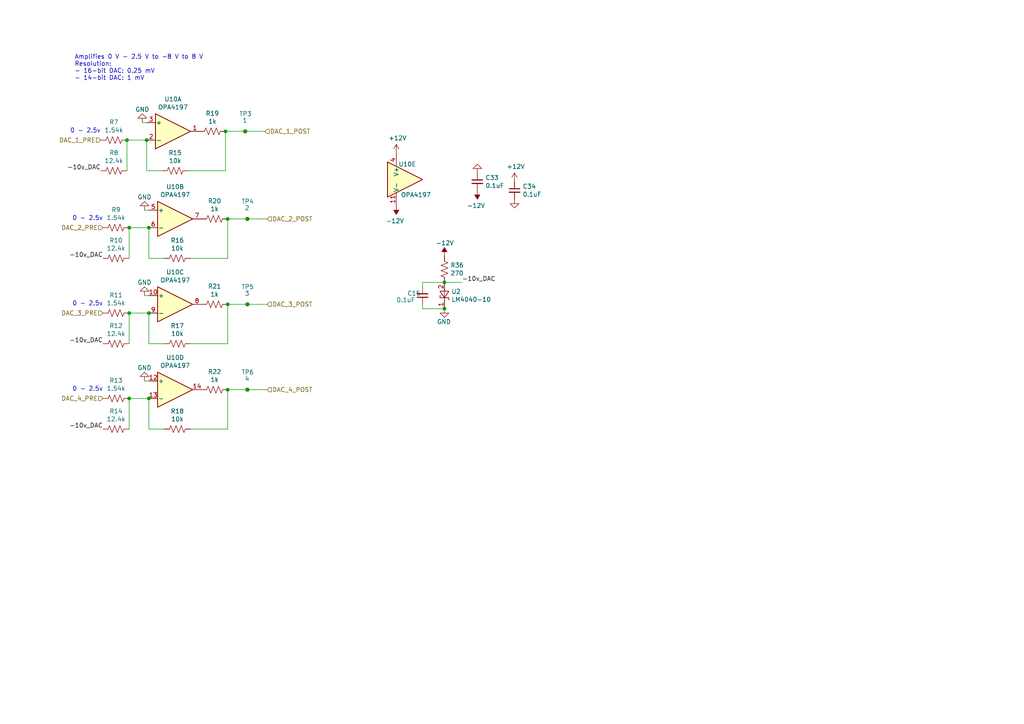
<source format=kicad_sch>
(kicad_sch (version 20211123) (generator eeschema)
  (paper "A4")
  (title_block (title "Hubble Motherboard") (date "2021-11-20") (rev "v2") (company "Winterbloom") (comment 1 "Alethea Flowers") (comment 2 "CERN-OHL-P V2") (comment 3 "hubble.wntr.dev"))
  (lib_symbols
    (symbol "Connector:TestPoint_Small" (pin_numbers hide) (pin_names (offset 0.762) hide)
      (property "Reference" "TP" (at 0 3.81 0))
      (property "Value" "TestPoint_Small" (at 0 2.032 0))
      (symbol "TestPoint_Small_0_1"
        (circle (center 0 0) (radius 0.508))
      )
      (symbol "TestPoint_Small_1_1"
        (pin passive line (at 0 0 90) (length 0) (name "1") (number "1"))
      )
    )
    (symbol "Device:C_Small" (pin_numbers hide) (pin_names (offset 0.254) hide)
      (property "Reference" "C" (at 0.254 1.778 0))
      (property "Value" "C_Small" (at 0.254 -2.032 0))
      (symbol "C_Small_0_1"
        (polyline (pts (xy -1.524 -0.508) (xy 1.524 -0.508)) (stroke (width 0.3302)))
        (polyline (pts (xy -1.524 0.508) (xy 1.524 0.508)) (stroke (width 0.3048)))
      )
      (symbol "C_Small_1_1"
        (pin passive line (at 0 2.54 270) (length 2.032) (name "~") (number "1"))
        (pin passive line (at 0 -2.54 90) (length 2.032) (name "~") (number "2"))
      )
    )
    (symbol "Device:R_US" (pin_numbers hide) (pin_names (offset 0))
      (property "Reference" "R" (at 2.54 0 90))
      (property "Value" "R_US" (at -2.54 0 90))
      (symbol "R_US_0_1"
        (polyline (pts (xy 0 -2.286) (xy 0 -2.54)))
        (polyline (pts (xy 0 2.286) (xy 0 2.54)))
        (polyline (pts (xy 0 -0.762) (xy 1.016 -1.143) (xy 0 -1.524) (xy -1.016 -1.905) (xy 0 -2.286)))
        (polyline (pts (xy 0 0.762) (xy 1.016 0.381) (xy 0 0) (xy -1.016 -0.381) (xy 0 -0.762)))
        (polyline (pts (xy 0 2.286) (xy 1.016 1.905) (xy 0 1.524) (xy -1.016 1.143) (xy 0 0.762)))
      )
      (symbol "R_US_1_1"
        (pin passive line (at 0 3.81 270) (length 1.27) (name "~") (number "1"))
        (pin passive line (at 0 -3.81 90) (length 1.27) (name "~") (number "2"))
      )
    )
    (symbol "power:+12V" (power) (pin_names (offset 0))
      (property "Value" "+12V" (at 0 3.556 0))
      (symbol "+12V_0_1"
        (polyline (pts (xy -0.762 1.27) (xy 0 2.54)))
        (polyline (pts (xy 0 0) (xy 0 2.54)))
        (polyline (pts (xy 0 2.54) (xy 0.762 1.27)))
      )
      (symbol "+12V_1_1"
        (pin power_in line (at 0 0 90) (length 0) hide (name "+12V") (number "1"))
      )
    )
    (symbol "power:-12V" (power) (pin_names (offset 0))
      (property "Value" "-12V" (at 0 3.81 0))
      (symbol "-12V_0_0"
        (pin power_in line (at 0 0 90) (length 0) hide (name "-12V") (number "1"))
      )
      (symbol "-12V_0_1"
        (polyline (pts (xy 0 0) (xy 0 1.27) (xy 0.762 1.27) (xy 0 2.54) (xy -0.762 1.27) (xy 0 1.27)) (fill (type outline)))
      )
    )
    (symbol "power:GND" (power) (pin_names (offset 0))
      (property "Value" "GND" (at 0 -3.81 0))
      (symbol "GND_0_1"
        (polyline (pts (xy 0 0) (xy 0 -1.27) (xy 1.27 -1.27) (xy 0 -2.54) (xy -1.27 -1.27) (xy 0 -1.27)))
      )
      (symbol "GND_1_1"
        (pin power_in line (at 0 0 270) (length 0) hide (name "GND") (number "1"))
      )
    )
    (symbol "winterbloom:LM4040-10" (pin_names (offset 0.0254) hide)
      (property "Reference" "U" (at 0 2.54 0))
      (property "Value" "LM4040-10" (at 0 -3.175 0))
      (symbol "LM4040-10_0_1"
        (polyline (pts (xy -1.27 0) (xy 0 0) (xy 1.27 0)))
        (polyline (pts (xy -1.27 -1.27) (xy 0.635 0) (xy -1.27 1.27) (xy -1.27 -1.27)) (stroke (width 0.2032)))
        (polyline (pts (xy 0 -1.27) (xy 0.635 -1.27) (xy 0.635 1.27) (xy 1.27 1.27)) (stroke (width 0.2032)))
      )
      (symbol "LM4040-10_1_1"
        (pin passive line (at 3.81 0 180) (length 2.54) (name "K") (number "1"))
        (pin passive line (at -3.81 0 0) (length 2.54) (name "A") (number "2"))
      )
    )
    (symbol "winterbloom:OPA4197" (pin_names (offset 0.127))
      (property "Reference" "U" (at 0.762 3.048 0))
      (property "Value" "OPA4197" (at 0.508 -3.302 0))
      (symbol "OPA4197_1_1"
        (polyline (pts (xy -5.08 5.08) (xy 5.08 0) (xy -5.08 -5.08) (xy -5.08 5.08)) (stroke (width 0.254)) (fill (type background)))
        (pin output line (at 7.62 0 180) (length 2.54) (name "~") (number "1"))
        (pin input line (at -7.62 -2.54 0) (length 2.54) (name "-") (number "2"))
        (pin input line (at -7.62 2.54 0) (length 2.54) (name "+") (number "3"))
      )
      (symbol "OPA4197_2_1"
        (polyline (pts (xy -5.08 5.08) (xy 5.08 0) (xy -5.08 -5.08) (xy -5.08 5.08)) (stroke (width 0.254)) (fill (type background)))
        (pin input line (at -7.62 2.54 0) (length 2.54) (name "+") (number "5"))
        (pin input line (at -7.62 -2.54 0) (length 2.54) (name "-") (number "6"))
        (pin output line (at 7.62 0 180) (length 2.54) (name "~") (number "7"))
      )
      (symbol "OPA4197_3_1"
        (polyline (pts (xy -5.08 5.08) (xy 5.08 0) (xy -5.08 -5.08) (xy -5.08 5.08)) (stroke (width 0.254)) (fill (type background)))
        (pin input line (at -7.62 2.54 0) (length 2.54) (name "+") (number "10"))
        (pin output line (at 7.62 0 180) (length 2.54) (name "~") (number "8"))
        (pin input line (at -7.62 -2.54 0) (length 2.54) (name "-") (number "9"))
      )
      (symbol "OPA4197_4_1"
        (polyline (pts (xy -5.08 5.08) (xy 5.08 0) (xy -5.08 -5.08) (xy -5.08 5.08)) (stroke (width 0.254)) (fill (type background)))
        (pin input line (at -7.62 2.54 0) (length 2.54) (name "+") (number "12"))
        (pin input line (at -7.62 -2.54 0) (length 2.54) (name "-") (number "13"))
        (pin output line (at 7.62 0 180) (length 2.54) (name "~") (number "14"))
      )
      (symbol "OPA4197_5_1"
        (polyline (pts (xy -5.08 5.08) (xy 5.08 0) (xy -5.08 -5.08) (xy -5.08 5.08)) (stroke (width 0.254)) (fill (type background)))
        (pin power_in line (at -2.54 -7.62 90) (length 3.81) (name "V-") (number "11"))
        (pin power_in line (at -2.54 7.62 270) (length 3.81) (name "V+") (number "4"))
      )
    )
  )
  (junction (at 37.465 90.805))
  (junction (at 128.905 81.915))
  (junction (at 43.18 115.57))
  (junction (at 66.04 63.5))
  (junction (at 37.465 115.57))
  (junction (at 37.465 66.04))
  (junction (at 71.12 38.1))
  (junction (at 43.18 90.805))
  (junction (at 43.18 66.04))
  (junction (at 36.83 40.64))
  (junction (at 66.04 113.03))
  (junction (at 71.755 88.265))
  (junction (at 71.755 113.03))
  (junction (at 66.04 88.265))
  (junction (at 65.405 38.1))
  (junction (at 128.905 89.535))
  (junction (at 71.755 63.5))
  (junction (at 42.545 40.64))
  (wire (pts (xy 41.91 60.96) (xy 43.18 60.96)))
  (wire (pts (xy 37.465 74.93) (xy 37.465 66.04)))
  (wire (pts (xy 43.18 115.57) (xy 43.18 124.46)))
  (wire (pts (xy 122.555 88.265) (xy 122.555 89.535)))
  (wire (pts (xy 37.465 90.805) (xy 43.18 90.805)))
  (wire (pts (xy 37.465 99.695) (xy 37.465 90.805)))
  (wire (pts (xy 71.755 63.5) (xy 77.47 63.5)))
  (wire (pts (xy 55.245 99.695) (xy 66.04 99.695)))
  (wire (pts (xy 41.275 35.56) (xy 42.545 35.56)))
  (wire (pts (xy 43.18 124.46) (xy 47.625 124.46)))
  (wire (pts (xy 122.555 83.185) (xy 122.555 81.915)))
  (wire (pts (xy 66.04 113.03) (xy 66.04 124.46)))
  (wire (pts (xy 66.04 88.265) (xy 66.04 99.695)))
  (wire (pts (xy 43.18 90.805) (xy 43.18 99.695)))
  (wire (pts (xy 36.83 49.53) (xy 36.83 40.64)))
  (wire (pts (xy 122.555 81.915) (xy 128.905 81.915)))
  (wire (pts (xy 55.245 74.93) (xy 66.04 74.93)))
  (wire (pts (xy 133.985 81.915) (xy 128.905 81.915)))
  (wire (pts (xy 36.83 40.64) (xy 42.545 40.64)))
  (wire (pts (xy 71.12 38.1) (xy 76.835 38.1)))
  (wire (pts (xy 42.545 49.53) (xy 46.99 49.53)))
  (wire (pts (xy 71.755 113.03) (xy 77.47 113.03)))
  (wire (pts (xy 71.755 88.265) (xy 77.47 88.265)))
  (wire (pts (xy 43.18 99.695) (xy 47.625 99.695)))
  (wire (pts (xy 37.465 115.57) (xy 43.18 115.57)))
  (wire (pts (xy 43.18 74.93) (xy 47.625 74.93)))
  (wire (pts (xy 54.61 49.53) (xy 65.405 49.53)))
  (wire (pts (xy 66.04 63.5) (xy 66.04 74.93)))
  (wire (pts (xy 41.91 110.49) (xy 43.18 110.49)))
  (wire (pts (xy 65.405 38.1) (xy 71.12 38.1)))
  (wire (pts (xy 41.91 85.725) (xy 43.18 85.725)))
  (wire (pts (xy 37.465 124.46) (xy 37.465 115.57)))
  (wire (pts (xy 55.245 124.46) (xy 66.04 124.46)))
  (wire (pts (xy 42.545 40.64) (xy 42.545 49.53)))
  (wire (pts (xy 66.04 88.265) (xy 71.755 88.265)))
  (wire (pts (xy 66.04 113.03) (xy 71.755 113.03)))
  (wire (pts (xy 65.405 38.1) (xy 65.405 49.53)))
  (wire (pts (xy 66.04 63.5) (xy 71.755 63.5)))
  (wire (pts (xy 43.18 66.04) (xy 43.18 74.93)))
  (wire (pts (xy 37.465 66.04) (xy 43.18 66.04)))
  (wire (pts (xy 122.555 89.535) (xy 128.905 89.535)))
  (text "0 - 2.5v" (at 20.32 38.735 0) (effects (font (size 1.27 1.27)) (justify left bottom)))
  (text "0 - 2.5v" (at 20.955 88.9 0) (effects (font (size 1.27 1.27)) (justify left bottom)))
  (text "0 - 2.5v" (at 20.955 64.135 0) (effects (font (size 1.27 1.27)) (justify left bottom)))
  (text "0 - 2.5v" (at 20.955 113.665 0) (effects (font (size 1.27 1.27)) (justify left bottom)))
  (text "Amplifies 0 V - 2.5 V to -8 V to 8 V\nResolution:\n- 16-bit DAC: 0.25 mV\n- 14-bit DAC: 1 mV\n" (at 21.59 23.495 0) (effects (font (size 1.27 1.27)) (justify left bottom)))
  (label "-10v_DAC" (at 29.845 124.46 180))
  (label "-10v_DAC" (at 29.845 74.93 180))
  (label "-10v_DAC" (at 29.21 49.53 180))
  (label "-10v_DAC" (at 133.985 81.915 0))
  (label "-10v_DAC" (at 29.845 99.695 180))
  (hierarchical_label "DAC_3_PRE" (shape input) (at 29.845 90.805 180))
  (hierarchical_label "DAC_1_POST" (shape input) (at 76.835 38.1 0))
  (hierarchical_label "DAC_1_PRE" (shape input) (at 29.21 40.64 180))
  (hierarchical_label "DAC_4_PRE" (shape input) (at 29.845 115.57 180))
  (hierarchical_label "DAC_2_POST" (shape input) (at 77.47 63.5 0))
  (hierarchical_label "DAC_2_PRE" (shape input) (at 29.845 66.04 180))
  (hierarchical_label "DAC_3_POST" (shape input) (at 77.47 88.265 0))
  (hierarchical_label "DAC_4_POST" (shape input) (at 77.47 113.03 0))
  (symbol (lib_id "winterbloom:OPA4197") (at 50.165 38.1 0) (unit 1)
    (property "Reference" "U10" (at 50.165 28.7782 0))
    (property "Value" "OPA4197" (at 50.165 31.0896 0))
    (property "Footprint" "Package_SO:TSSOP-14_4.4x5mm_P0.65mm" (effects hide))
    (property "Datasheet" "https://www.ti.com/lit/ds/symlink/opa4197.pdf" (effects hide))
    (property "mpn" "OPA4197IPW" (effects hide))
  )
  (symbol (lib_id "Device:R_US") (at 50.8 49.53 270) (unit 1)
    (property "Reference" "R15" (at 50.8 44.323 90))
    (property "Value" "10k" (at 50.8 46.6344 90))
    (property "Footprint" "Resistor_SMD:R_0603_1608Metric_Pad0.98x0.95mm_HandSolder" (effects hide))
  )
  (symbol (lib_id "Device:R_US") (at 33.02 40.64 270) (unit 1)
    (property "Reference" "R7" (at 33.02 35.433 90))
    (property "Value" "1.54k" (at 33.02 37.7444 90))
    (property "Footprint" "Resistor_SMD:R_0603_1608Metric_Pad0.98x0.95mm_HandSolder" (effects hide))
  )
  (symbol (lib_id "Device:R_US") (at 61.595 38.1 270) (unit 1)
    (property "Reference" "R19" (at 61.595 32.893 90))
    (property "Value" "1k" (at 61.595 35.2044 90))
    (property "Footprint" "Resistor_SMD:R_0603_1608Metric_Pad0.98x0.95mm_HandSolder" (effects hide))
  )
  (symbol (lib_id "Device:R_US") (at 33.02 49.53 270) (unit 1)
    (property "Reference" "R8" (at 33.02 44.323 90))
    (property "Value" "12.4k" (at 33.02 46.6344 90))
    (property "Footprint" "Resistor_SMD:R_0603_1608Metric_Pad0.98x0.95mm_HandSolder" (effects hide))
  )
  (symbol (lib_id "power:GND") (at 41.275 35.56 180) (unit 1)
    (property "Reference" "#PWR072" (effects hide))
    (property "Value" "GND" (at 41.275 31.75 0))
  )
  (symbol (lib_id "winterbloom:OPA4197") (at 50.8 63.5 0) (unit 2)
    (property "Reference" "U10" (at 50.8 54.1782 0))
    (property "Value" "OPA4197" (at 50.8 56.4896 0))
    (property "Footprint" "Package_SO:TSSOP-14_4.4x5mm_P0.65mm" (effects hide))
    (property "Datasheet" "https://www.ti.com/lit/ds/symlink/opa4197.pdf" (effects hide))
    (property "mpn" "OPA4197IPW" (effects hide))
  )
  (symbol (lib_id "Device:R_US") (at 51.435 74.93 270) (unit 1)
    (property "Reference" "R16" (at 51.435 69.723 90))
    (property "Value" "10k" (at 51.435 72.0344 90))
    (property "Footprint" "Resistor_SMD:R_0603_1608Metric_Pad0.98x0.95mm_HandSolder" (effects hide))
  )
  (symbol (lib_id "Device:R_US") (at 33.655 66.04 270) (unit 1)
    (property "Reference" "R9" (at 33.655 60.833 90))
    (property "Value" "1.54k" (at 33.655 63.1444 90))
    (property "Footprint" "Resistor_SMD:R_0603_1608Metric_Pad0.98x0.95mm_HandSolder" (effects hide))
  )
  (symbol (lib_id "Device:R_US") (at 62.23 63.5 270) (unit 1)
    (property "Reference" "R20" (at 62.23 58.293 90))
    (property "Value" "1k" (at 62.23 60.6044 90))
    (property "Footprint" "Resistor_SMD:R_0603_1608Metric_Pad0.98x0.95mm_HandSolder" (effects hide))
  )
  (symbol (lib_id "Device:R_US") (at 33.655 74.93 270) (unit 1)
    (property "Reference" "R10" (at 33.655 69.723 90))
    (property "Value" "12.4k" (at 33.655 72.0344 90))
    (property "Footprint" "Resistor_SMD:R_0603_1608Metric_Pad0.98x0.95mm_HandSolder" (effects hide))
  )
  (symbol (lib_id "power:GND") (at 41.91 60.96 180) (unit 1)
    (property "Reference" "#PWR073" (effects hide))
    (property "Value" "GND" (at 41.91 57.15 0))
  )
  (symbol (lib_id "winterbloom:OPA4197") (at 50.8 88.265 0) (unit 3)
    (property "Reference" "U10" (at 50.8 78.9432 0))
    (property "Value" "OPA4197" (at 50.8 81.2546 0))
    (property "Footprint" "Package_SO:TSSOP-14_4.4x5mm_P0.65mm" (effects hide))
    (property "Datasheet" "https://www.ti.com/lit/ds/symlink/opa4197.pdf" (effects hide))
    (property "mpn" "OPA4197IPW" (effects hide))
  )
  (symbol (lib_id "Device:R_US") (at 51.435 99.695 270) (unit 1)
    (property "Reference" "R17" (at 51.435 94.488 90))
    (property "Value" "10k" (at 51.435 96.7994 90))
    (property "Footprint" "Resistor_SMD:R_0603_1608Metric_Pad0.98x0.95mm_HandSolder" (effects hide))
  )
  (symbol (lib_id "Device:R_US") (at 33.655 90.805 270) (unit 1)
    (property "Reference" "R11" (at 33.655 85.598 90))
    (property "Value" "1.54k" (at 33.655 87.9094 90))
    (property "Footprint" "Resistor_SMD:R_0603_1608Metric_Pad0.98x0.95mm_HandSolder" (effects hide))
  )
  (symbol (lib_id "Device:R_US") (at 62.23 88.265 270) (unit 1)
    (property "Reference" "R21" (at 62.23 83.058 90))
    (property "Value" "1k" (at 62.23 85.3694 90))
    (property "Footprint" "Resistor_SMD:R_0603_1608Metric_Pad0.98x0.95mm_HandSolder" (effects hide))
  )
  (symbol (lib_id "Device:R_US") (at 33.655 99.695 270) (unit 1)
    (property "Reference" "R12" (at 33.655 94.488 90))
    (property "Value" "12.4k" (at 33.655 96.7994 90))
    (property "Footprint" "Resistor_SMD:R_0603_1608Metric_Pad0.98x0.95mm_HandSolder" (effects hide))
  )
  (symbol (lib_id "power:GND") (at 41.91 85.725 180) (unit 1)
    (property "Reference" "#PWR074" (effects hide))
    (property "Value" "GND" (at 41.91 81.915 0))
  )
  (symbol (lib_id "winterbloom:OPA4197") (at 50.8 113.03 0) (unit 4)
    (property "Reference" "U10" (at 50.8 103.7082 0))
    (property "Value" "OPA4197" (at 50.8 106.0196 0))
    (property "Footprint" "Package_SO:TSSOP-14_4.4x5mm_P0.65mm" (effects hide))
    (property "Datasheet" "https://www.ti.com/lit/ds/symlink/opa4197.pdf" (effects hide))
    (property "mpn" "OPA4197IPW" (effects hide))
  )
  (symbol (lib_id "Device:R_US") (at 51.435 124.46 270) (unit 1)
    (property "Reference" "R18" (at 51.435 119.253 90))
    (property "Value" "10k" (at 51.435 121.5644 90))
    (property "Footprint" "Resistor_SMD:R_0603_1608Metric_Pad0.98x0.95mm_HandSolder" (effects hide))
  )
  (symbol (lib_id "Device:R_US") (at 33.655 115.57 270) (unit 1)
    (property "Reference" "R13" (at 33.655 110.363 90))
    (property "Value" "1.54k" (at 33.655 112.6744 90))
    (property "Footprint" "Resistor_SMD:R_0603_1608Metric_Pad0.98x0.95mm_HandSolder" (effects hide))
  )
  (symbol (lib_id "Device:R_US") (at 62.23 113.03 270) (unit 1)
    (property "Reference" "R22" (at 62.23 107.823 90))
    (property "Value" "1k" (at 62.23 110.1344 90))
    (property "Footprint" "Resistor_SMD:R_0603_1608Metric_Pad0.98x0.95mm_HandSolder" (effects hide))
  )
  (symbol (lib_id "Device:R_US") (at 33.655 124.46 270) (unit 1)
    (property "Reference" "R14" (at 33.655 119.253 90))
    (property "Value" "12.4k" (at 33.655 121.5644 90))
    (property "Footprint" "Resistor_SMD:R_0603_1608Metric_Pad0.98x0.95mm_HandSolder" (effects hide))
  )
  (symbol (lib_id "power:GND") (at 41.91 110.49 180) (unit 1)
    (property "Reference" "#PWR075" (effects hide))
    (property "Value" "GND" (at 41.91 106.68 0))
  )
  (symbol (lib_id "winterbloom:OPA4197") (at 117.475 52.07 0) (unit 5)
    (property "Reference" "U10" (at 118.11 47.625 0))
    (property "Value" "OPA4197" (at 120.65 56.515 0))
    (property "Footprint" "Package_SO:TSSOP-14_4.4x5mm_P0.65mm" (effects hide))
    (property "Datasheet" "https://www.ti.com/lit/ds/symlink/opa4197.pdf" (effects hide))
    (property "mpn" "OPA4197IPW" (effects hide))
  )
  (symbol (lib_id "power:-12V") (at 114.935 59.69 180) (unit 1)
    (property "Reference" "#PWR0161" (effects hide))
    (property "Value" "-12V" (at 114.554 64.0842 0))
  )
  (symbol (lib_id "power:+12V") (at 114.935 44.45 0) (unit 1)
    (property "Reference" "#PWR0162" (effects hide))
    (property "Value" "+12V" (at 115.316 40.0558 0))
  )
  (symbol (lib_id "power:+12V") (at 149.225 52.705 0) (unit 1)
    (property "Reference" "#PWR0163" (effects hide))
    (property "Value" "+12V" (at 149.606 48.3108 0))
  )
  (symbol (lib_id "power:-12V") (at 138.43 55.245 180) (unit 1)
    (property "Reference" "#PWR0164" (effects hide))
    (property "Value" "-12V" (at 138.049 59.6392 0))
  )
  (symbol (lib_id "Device:C_Small") (at 138.43 52.705 0) (unit 1)
    (property "Reference" "C33" (at 140.7668 51.5366 0) (effects (justify left)))
    (property "Value" "0.1uF" (at 140.7668 53.848 0) (effects (justify left)))
    (property "Footprint" "Capacitor_SMD:C_0603_1608Metric_Pad1.08x0.95mm_HandSolder" (effects hide))
  )
  (symbol (lib_id "Device:C_Small") (at 149.225 55.245 0) (unit 1)
    (property "Reference" "C34" (at 151.5618 54.0766 0) (effects (justify left)))
    (property "Value" "0.1uF" (at 151.5618 56.388 0) (effects (justify left)))
    (property "Footprint" "Capacitor_SMD:C_0603_1608Metric_Pad1.08x0.95mm_HandSolder" (effects hide))
  )
  (symbol (lib_id "power:GND") (at 138.43 50.165 180) (unit 1)
    (property "Reference" "#PWR0165" (effects hide))
    (property "Value" "GND" (effects hide))
  )
  (symbol (lib_id "power:GND") (at 149.225 57.785 0) (unit 1)
    (property "Reference" "#PWR0166" (effects hide))
    (property "Value" "GND" (effects hide))
  )
  (symbol (lib_id "winterbloom:LM4040-10") (at 128.905 85.725 270)
    (property "Reference" "U2" (at 130.9116 84.5566 90) (effects (justify left)))
    (property "Value" "LM4040-10" (at 130.9116 86.868 90) (effects (justify left)))
    (property "Footprint" "Package_TO_SOT_SMD:SOT-23" (effects hide))
    (property "Datasheet" "http://www.ti.com/lit/ds/symlink/lm4040-n.pdf" (effects hide))
    (property "mpn" "LM4040DIM3-10.0/NOPB" (effects hide))
  )
  (symbol (lib_id "Device:R_US") (at 128.905 78.105 0)
    (property "Reference" "R36" (at 130.6322 76.9366 0) (effects (justify left)))
    (property "Value" "270" (at 130.6322 79.248 0) (effects (justify left)))
    (property "Footprint" "Resistor_SMD:R_0603_1608Metric_Pad0.98x0.95mm_HandSolder" (effects hide))
  )
  (symbol (lib_id "power:GND") (at 128.905 89.535 0)
    (property "Reference" "#PWR0159" (effects hide))
    (property "Value" "GND" (at 130.81 93.345 0) (effects (justify right)))
  )
  (symbol (lib_id "power:-12V") (at 128.905 74.295 0)
    (property "Reference" "#PWR0160" (effects hide))
    (property "Value" "-12V" (at 126.365 70.485 0) (effects (justify left)))
  )
  (symbol (lib_id "Device:C_Small") (at 122.555 85.725 180)
    (property "Reference" "C15" (at 118.11 85.09 0) (effects (justify right)))
    (property "Value" "0.1uF" (at 114.935 86.995 0) (effects (justify right)))
    (property "Footprint" "Capacitor_SMD:C_0603_1608Metric_Pad1.08x0.95mm_HandSolder" (effects hide))
  )
  (symbol (lib_id "Connector:TestPoint_Small") (at 71.12 38.1 270)
    (property "Reference" "TP3" (at 73.025 33.02 90) (effects (justify right)))
    (property "Value" "1" (at 71.755 34.925 90) (effects (justify right)))
    (property "Footprint" "TestPoint:TestPoint_Pad_D1.0mm" (effects hide))
  )
  (symbol (lib_id "Connector:TestPoint_Small") (at 71.755 63.5 270)
    (property "Reference" "TP4" (at 73.66 58.42 90) (effects (justify right)))
    (property "Value" "2" (at 72.39 60.325 90) (effects (justify right)))
    (property "Footprint" "TestPoint:TestPoint_Pad_D1.0mm" (effects hide))
  )
  (symbol (lib_id "Connector:TestPoint_Small") (at 71.755 88.265 270)
    (property "Reference" "TP5" (at 73.66 83.185 90) (effects (justify right)))
    (property "Value" "3" (at 72.39 85.09 90) (effects (justify right)))
    (property "Footprint" "TestPoint:TestPoint_Pad_D1.0mm" (effects hide))
  )
  (symbol (lib_id "Connector:TestPoint_Small") (at 71.755 113.03 270)
    (property "Reference" "TP6" (at 73.66 107.95 90) (effects (justify right)))
    (property "Value" "4" (at 72.39 109.855 90) (effects (justify right)))
    (property "Footprint" "TestPoint:TestPoint_Pad_D1.0mm" (effects hide))
  )
)
</source>
